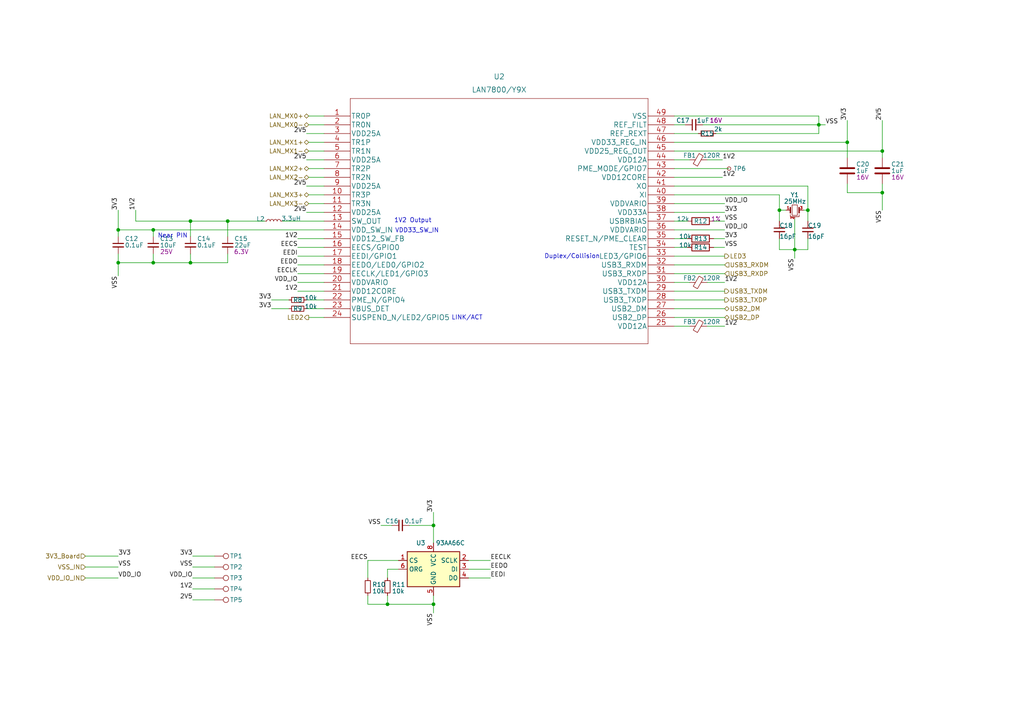
<source format=kicad_sch>
(kicad_sch (version 20211123) (generator eeschema)
  (paper "A4")
  (title_block (title "LAN7800 Sub-system") (date "2022-07-07") (rev "V0.1"))
  (lib_symbols
    (symbol "Connector:TestPoint" (pin_numbers hide) (pin_names (offset 0.762) hide)
      (property "Reference" "TP" (at 0 6.858 0))
      (property "Value" "TestPoint" (at 0 5.08 0))
      (symbol "TestPoint_0_1"
        (circle (center 0 3.302) (radius 0.762))
      )
      (symbol "TestPoint_1_1"
        (pin passive line (at 0 0 90) (length 2.54) (name "1") (number "1"))
      )
    )
    (symbol "Connector:TestPoint_Small" (pin_numbers hide) (pin_names (offset 0.762) hide)
      (property "Reference" "TP" (at 0 3.81 0))
      (property "Value" "TestPoint_Small" (at 0 2.032 0))
      (symbol "TestPoint_Small_0_1"
        (circle (center 0 0) (radius 0.508))
      )
      (symbol "TestPoint_Small_1_1"
        (pin passive line (at 0 0 90) (length 0) (name "1") (number "1"))
      )
    )
    (symbol "Device:C" (pin_numbers hide) (pin_names (offset 0.254))
      (property "Reference" "C" (at 0.635 2.54 0))
      (property "Value" "C" (at 0.635 -2.54 0))
      (symbol "C_0_1"
        (polyline (pts (xy -2.032 -0.762) (xy 2.032 -0.762)) (stroke (width 0.508)))
        (polyline (pts (xy -2.032 0.762) (xy 2.032 0.762)) (stroke (width 0.508)))
      )
      (symbol "C_1_1"
        (pin passive line (at 0 3.81 270) (length 2.794) (name "~") (number "1"))
        (pin passive line (at 0 -3.81 90) (length 2.794) (name "~") (number "2"))
      )
    )
    (symbol "Device:C_Small" (pin_numbers hide) (pin_names (offset 0.254) hide)
      (property "Reference" "C" (at 0.254 1.778 0))
      (property "Value" "C_Small" (at 0.254 -2.032 0))
      (symbol "C_Small_0_1"
        (polyline (pts (xy -1.524 -0.508) (xy 1.524 -0.508)) (stroke (width 0.3302)))
        (polyline (pts (xy -1.524 0.508) (xy 1.524 0.508)) (stroke (width 0.3048)))
      )
      (symbol "C_Small_1_1"
        (pin passive line (at 0 2.54 270) (length 2.032) (name "~") (number "1"))
        (pin passive line (at 0 -2.54 90) (length 2.032) (name "~") (number "2"))
      )
    )
    (symbol "Device:Crystal_GND2_Small" (pin_names (offset 1.016) hide)
      (property "Reference" "Y" (at 0 5.08 0))
      (property "Value" "Crystal_GND2_Small" (at 0 3.175 0))
      (symbol "Crystal_GND2_Small_0_1"
        (rectangle (start -0.762 -1.524) (end 0.762 1.524))
        (polyline (pts (xy -1.27 -0.762) (xy -1.27 0.762)) (stroke (width 0.381)))
        (polyline (pts (xy 1.27 -0.762) (xy 1.27 0.762)) (stroke (width 0.381)))
        (polyline (pts (xy -1.27 -1.27) (xy -1.27 -1.905) (xy 1.27 -1.905) (xy 1.27 -1.27)))
      )
      (symbol "Crystal_GND2_Small_1_1"
        (pin passive line (at -2.54 0 0) (length 1.27) (name "1") (number "1"))
        (pin passive line (at 0 -2.54 90) (length 0.635) (name "2") (number "2"))
        (pin passive line (at 2.54 0 180) (length 1.27) (name "3") (number "3"))
      )
    )
    (symbol "Device:FerriteBead_Small" (pin_numbers hide) (pin_names (offset 0))
      (property "Reference" "FB" (at 1.905 1.27 0))
      (property "Value" "FerriteBead_Small" (at 1.905 -1.27 0))
      (symbol "FerriteBead_Small_0_1"
        (polyline (pts (xy 0 -1.27) (xy 0 -0.7874)))
        (polyline (pts (xy 0 0.889) (xy 0 1.2954)))
        (polyline (pts (xy -1.8288 0.2794) (xy -1.1176 1.4986) (xy 1.8288 -0.2032) (xy 1.1176 -1.4224) (xy -1.8288 0.2794)))
      )
      (symbol "FerriteBead_Small_1_1"
        (pin passive line (at 0 2.54 270) (length 1.27) (name "~") (number "1"))
        (pin passive line (at 0 -2.54 90) (length 1.27) (name "~") (number "2"))
      )
    )
    (symbol "Device:L_Small" (pin_numbers hide) (pin_names (offset 0.254) hide)
      (property "Reference" "L" (at 0.762 1.016 0))
      (property "Value" "L_Small" (at 0.762 -1.016 0))
      (symbol "L_Small_0_1"
        (arc (start 0 -2.032) (mid 0.508 -1.524) (end 0 -1.016))
        (arc (start 0 -1.016) (mid 0.508 -0.508) (end 0 0))
        (arc (start 0 0) (mid 0.508 0.508) (end 0 1.016))
        (arc (start 0 1.016) (mid 0.508 1.524) (end 0 2.032))
      )
      (symbol "L_Small_1_1"
        (pin passive line (at 0 2.54 270) (length 0.508) (name "~") (number "1"))
        (pin passive line (at 0 -2.54 90) (length 0.508) (name "~") (number "2"))
      )
    )
    (symbol "Device:R" (pin_numbers hide) (pin_names (offset 0))
      (property "Reference" "R" (at 2.032 0 90))
      (property "Value" "R" (at 0 0 90))
      (symbol "R_0_1"
        (rectangle (start -1.016 -2.54) (end 1.016 2.54) (stroke (width 0.254)))
      )
      (symbol "R_1_1"
        (pin passive line (at 0 3.81 270) (length 1.27) (name "~") (number "1"))
        (pin passive line (at 0 -3.81 90) (length 1.27) (name "~") (number "2"))
      )
    )
    (symbol "Device:R_Small" (pin_numbers hide) (pin_names (offset 0.254) hide)
      (property "Reference" "R" (at 0.762 0.508 0))
      (property "Value" "R_Small" (at 0.762 -1.016 0))
      (symbol "R_Small_0_1"
        (rectangle (start -0.762 1.778) (end 0.762 -1.778) (stroke (width 0.2032)))
      )
      (symbol "R_Small_1_1"
        (pin passive line (at 0 2.54 270) (length 0.762) (name "~") (number "1"))
        (pin passive line (at 0 -2.54 90) (length 0.762) (name "~") (number "2"))
      )
    )
    (symbol "LAN7800:LAN7800{slash}Y9X" (pin_names (offset 0.254))
      (property "Reference" "U" (at 50.8 10.16 0))
      (property "Value" "LAN7800{slash}Y9X" (at 50.8 7.62 0))
      (symbol "LAN7800{slash}Y9X_1_1"
        (polyline (pts (xy 7.62 -66.04) (xy 93.98 -66.04)) (stroke (width 0.127)))
        (polyline (pts (xy 7.62 5.08) (xy 7.62 -66.04)) (stroke (width 0.127)))
        (polyline (pts (xy 93.98 -66.04) (xy 93.98 5.08)) (stroke (width 0.127)))
        (polyline (pts (xy 93.98 5.08) (xy 7.62 5.08)) (stroke (width 0.127)))
        (pin unspecified line (at 0 0 0) (length 7.62) (name "TR0P") (number "1"))
        (pin unspecified line (at 0 -22.86 0) (length 7.62) (name "TR3P") (number "10"))
        (pin unspecified line (at 0 -25.4 0) (length 7.62) (name "TR3N") (number "11"))
        (pin power_in line (at 0 -27.94 0) (length 7.62) (name "VDD25A") (number "12"))
        (pin output line (at 0 -30.48 0) (length 7.62) (name "SW_OUT") (number "13"))
        (pin power_in line (at 0 -33.02 0) (length 7.62) (name "VDD_SW_IN") (number "14"))
        (pin power_in line (at 0 -35.56 0) (length 7.62) (name "VDD12_SW_FB") (number "15"))
        (pin bidirectional line (at 0 -38.1 0) (length 7.62) (name "EECS/GPIO0") (number "16"))
        (pin bidirectional line (at 0 -40.64 0) (length 7.62) (name "EEDI/GPIO1") (number "17"))
        (pin bidirectional line (at 0 -43.18 0) (length 7.62) (name "EEDO/LED0/GPIO2") (number "18"))
        (pin bidirectional line (at 0 -45.72 0) (length 7.62) (name "EECLK/LED1/GPIO3") (number "19"))
        (pin unspecified line (at 0 -2.54 0) (length 7.62) (name "TR0N") (number "2"))
        (pin power_in line (at 0 -48.26 0) (length 7.62) (name "VDDVARIO") (number "20"))
        (pin power_in line (at 0 -50.8 0) (length 7.62) (name "VDD12CORE") (number "21"))
        (pin bidirectional line (at 0 -53.34 0) (length 7.62) (name "PME_N/GPIO4") (number "22"))
        (pin input line (at 0 -55.88 0) (length 7.62) (name "VBUS_DET") (number "23"))
        (pin bidirectional line (at 0 -58.42 0) (length 7.62) (name "SUSPEND_N/LED2/GPIO5") (number "24"))
        (pin power_in line (at 101.6 -60.96 180) (length 7.62) (name "VDD12A") (number "25"))
        (pin unspecified line (at 101.6 -58.42 180) (length 7.62) (name "USB2_DP") (number "26"))
        (pin unspecified line (at 101.6 -55.88 180) (length 7.62) (name "USB2_DM") (number "27"))
        (pin unspecified line (at 101.6 -53.34 180) (length 7.62) (name "USB3_TXDP") (number "28"))
        (pin unspecified line (at 101.6 -50.8 180) (length 7.62) (name "USB3_TXDM") (number "29"))
        (pin power_in line (at 0 -5.08 0) (length 7.62) (name "VDD25A") (number "3"))
        (pin power_in line (at 101.6 -48.26 180) (length 7.62) (name "VDD12A") (number "30"))
        (pin unspecified line (at 101.6 -45.72 180) (length 7.62) (name "USB3_RXDP") (number "31"))
        (pin unspecified line (at 101.6 -43.18 180) (length 7.62) (name "USB3_RXDM") (number "32"))
        (pin bidirectional line (at 101.6 -40.64 180) (length 7.62) (name "LED3/GPIO6") (number "33"))
        (pin input line (at 101.6 -38.1 180) (length 7.62) (name "TEST") (number "34"))
        (pin input line (at 101.6 -35.56 180) (length 7.62) (name "RESET_N/PME_CLEAR") (number "35"))
        (pin power_in line (at 101.6 -33.02 180) (length 7.62) (name "VDDVARIO") (number "36"))
        (pin unspecified line (at 101.6 -30.48 180) (length 7.62) (name "USBRBIAS") (number "37"))
        (pin power_in line (at 101.6 -27.94 180) (length 7.62) (name "VDD33A") (number "38"))
        (pin power_in line (at 101.6 -25.4 180) (length 7.62) (name "VDDVARIO") (number "39"))
        (pin unspecified line (at 0 -7.62 0) (length 7.62) (name "TR1P") (number "4"))
        (pin input line (at 101.6 -22.86 180) (length 7.62) (name "XI") (number "40"))
        (pin output line (at 101.6 -20.32 180) (length 7.62) (name "XO") (number "41"))
        (pin power_in line (at 101.6 -17.78 180) (length 7.62) (name "VDD12CORE") (number "42"))
        (pin bidirectional line (at 101.6 -15.24 180) (length 7.62) (name "PME_MODE/GPIO7") (number "43"))
        (pin power_in line (at 101.6 -12.7 180) (length 7.62) (name "VDD12A") (number "44"))
        (pin output line (at 101.6 -10.16 180) (length 7.62) (name "VDD25_REG_OUT") (number "45"))
        (pin power_in line (at 101.6 -7.62 180) (length 7.62) (name "VDD33_REG_IN") (number "46"))
        (pin unspecified line (at 101.6 -5.08 180) (length 7.62) (name "REF_REXT") (number "47"))
        (pin unspecified line (at 101.6 -2.54 180) (length 7.62) (name "REF_FILT") (number "48"))
        (pin power_in line (at 101.6 0 180) (length 7.62) (name "VSS") (number "49"))
        (pin unspecified line (at 0 -10.16 0) (length 7.62) (name "TR1N") (number "5"))
        (pin power_in line (at 0 -12.7 0) (length 7.62) (name "VDD25A") (number "6"))
        (pin unspecified line (at 0 -15.24 0) (length 7.62) (name "TR2P") (number "7"))
        (pin unspecified line (at 0 -17.78 0) (length 7.62) (name "TR2N") (number "8"))
        (pin power_in line (at 0 -20.32 0) (length 7.62) (name "VDD25A") (number "9"))
      )
    )
    (symbol "Memory_EEPROM:93AAxxC"
      (property "Reference" "U" (at -7.62 6.35 0))
      (property "Value" "93AAxxC" (at 2.54 -6.35 0))
      (symbol "93AAxxC_1_1"
        (rectangle (start -7.62 5.08) (end 7.62 -5.08) (stroke (width 0.254)) (fill (type background)))
        (pin input line (at -10.16 2.54 0) (length 2.54) (name "CS") (number "1"))
        (pin input line (at 10.16 2.54 180) (length 2.54) (name "SCLK") (number "2"))
        (pin input line (at 10.16 0 180) (length 2.54) (name "DI") (number "3"))
        (pin tri_state line (at 10.16 -2.54 180) (length 2.54) (name "DO") (number "4"))
        (pin power_in line (at 0 -7.62 90) (length 2.54) (name "GND") (number "5"))
        (pin input line (at -10.16 0 0) (length 2.54) (name "ORG") (number "6"))
        (pin no_connect line (at -7.62 -2.54 0) (length 2.54) hide (name "NC") (number "7"))
        (pin power_in line (at 0 7.62 270) (length 2.54) (name "VCC") (number "8"))
      )
    )
  )
  (junction (at 44.45 76.2))
  (junction (at 230.505 72.39))
  (junction (at 234.315 60.96))
  (junction (at 125.73 175.26))
  (junction (at 66.04 64.135))
  (junction (at 237.49 36.195))
  (junction (at 55.245 64.135))
  (junction (at 255.905 43.815))
  (junction (at 44.45 66.675))
  (junction (at 112.395 175.26))
  (junction (at 34.29 76.2))
  (junction (at 34.29 66.675))
  (junction (at 125.73 152.4))
  (junction (at 55.245 76.2))
  (junction (at 226.06 60.96))
  (junction (at 245.745 41.275))
  (junction (at 255.905 55.88))
  (wire (pts (xy 66.04 68.58) (xy 66.04 64.135)))
  (wire (pts (xy 195.58 86.995) (xy 210.185 86.995)))
  (wire (pts (xy 195.58 94.615) (xy 200.025 94.615)))
  (wire (pts (xy 237.49 33.655) (xy 237.49 36.195)))
  (wire (pts (xy 86.36 71.755) (xy 93.98 71.755)))
  (wire (pts (xy 245.745 41.275) (xy 245.745 45.72)))
  (wire (pts (xy 86.36 69.215) (xy 93.98 69.215)))
  (wire (pts (xy 195.58 71.755) (xy 199.39 71.755)))
  (wire (pts (xy 195.58 43.815) (xy 255.905 43.815)))
  (wire (pts (xy 39.37 64.135) (xy 55.245 64.135)))
  (wire (pts (xy 44.45 76.2) (xy 55.245 76.2)))
  (wire (pts (xy 203.835 36.195) (xy 237.49 36.195)))
  (wire (pts (xy 195.58 36.195) (xy 198.755 36.195)))
  (wire (pts (xy 226.06 72.39) (xy 230.505 72.39)))
  (wire (pts (xy 89.535 56.515) (xy 93.98 56.515)))
  (wire (pts (xy 135.89 165.1) (xy 142.24 165.1)))
  (wire (pts (xy 89.535 59.055) (xy 93.98 59.055)))
  (wire (pts (xy 66.04 73.66) (xy 66.04 76.2)))
  (wire (pts (xy 245.745 41.275) (xy 245.745 34.925)))
  (wire (pts (xy 205.105 94.615) (xy 210.185 94.615)))
  (wire (pts (xy 226.06 56.515) (xy 226.06 60.96)))
  (wire (pts (xy 125.73 172.72) (xy 125.73 175.26)))
  (wire (pts (xy 207.01 64.135) (xy 210.185 64.135)))
  (wire (pts (xy 226.06 60.96) (xy 227.965 60.96)))
  (wire (pts (xy 195.58 38.735) (xy 202.565 38.735)))
  (wire (pts (xy 78.74 86.995) (xy 83.82 86.995)))
  (wire (pts (xy 34.29 76.2) (xy 34.29 80.01)))
  (wire (pts (xy 44.45 66.675) (xy 93.98 66.675)))
  (wire (pts (xy 195.58 79.375) (xy 210.185 79.375)))
  (wire (pts (xy 125.73 148.59) (xy 125.73 152.4)))
  (wire (pts (xy 86.36 79.375) (xy 93.98 79.375)))
  (wire (pts (xy 195.58 69.215) (xy 199.39 69.215)))
  (wire (pts (xy 55.245 64.135) (xy 66.04 64.135)))
  (wire (pts (xy 245.745 53.34) (xy 245.745 55.88)))
  (wire (pts (xy 34.29 73.66) (xy 34.29 76.2)))
  (wire (pts (xy 112.395 165.1) (xy 112.395 167.64)))
  (wire (pts (xy 234.315 60.96) (xy 234.315 64.135)))
  (wire (pts (xy 81.915 64.135) (xy 93.98 64.135)))
  (wire (pts (xy 88.9 86.995) (xy 93.98 86.995)))
  (wire (pts (xy 226.06 69.215) (xy 226.06 72.39)))
  (wire (pts (xy 55.88 173.99) (xy 62.23 173.99)))
  (wire (pts (xy 205.105 46.355) (xy 209.55 46.355)))
  (wire (pts (xy 195.58 53.975) (xy 234.315 53.975)))
  (wire (pts (xy 106.68 162.56) (xy 115.57 162.56)))
  (wire (pts (xy 88.9 61.595) (xy 93.98 61.595)))
  (wire (pts (xy 106.68 175.26) (xy 112.395 175.26)))
  (wire (pts (xy 195.58 76.835) (xy 210.185 76.835)))
  (wire (pts (xy 195.58 41.275) (xy 245.745 41.275)))
  (wire (pts (xy 55.88 161.29) (xy 62.23 161.29)))
  (wire (pts (xy 24.765 161.29) (xy 34.29 161.29)))
  (wire (pts (xy 55.88 170.815) (xy 62.23 170.815)))
  (wire (pts (xy 195.58 84.455) (xy 210.185 84.455)))
  (wire (pts (xy 237.49 36.195) (xy 239.395 36.195)))
  (wire (pts (xy 34.29 60.96) (xy 34.29 66.675)))
  (wire (pts (xy 106.68 172.72) (xy 106.68 175.26)))
  (wire (pts (xy 55.245 73.66) (xy 55.245 76.2)))
  (wire (pts (xy 245.745 55.88) (xy 255.905 55.88)))
  (wire (pts (xy 210.185 59.055) (xy 195.58 59.055)))
  (wire (pts (xy 115.57 165.1) (xy 112.395 165.1)))
  (wire (pts (xy 86.36 84.455) (xy 93.98 84.455)))
  (wire (pts (xy 255.905 55.88) (xy 255.905 60.96)))
  (wire (pts (xy 55.245 64.135) (xy 55.245 68.58)))
  (wire (pts (xy 125.73 152.4) (xy 125.73 157.48)))
  (wire (pts (xy 88.9 53.975) (xy 93.98 53.975)))
  (wire (pts (xy 234.315 72.39) (xy 230.505 72.39)))
  (wire (pts (xy 78.74 89.535) (xy 83.82 89.535)))
  (wire (pts (xy 34.29 66.675) (xy 44.45 66.675)))
  (wire (pts (xy 24.765 167.64) (xy 34.29 167.64)))
  (wire (pts (xy 112.395 172.72) (xy 112.395 175.26)))
  (wire (pts (xy 195.58 33.655) (xy 237.49 33.655)))
  (wire (pts (xy 44.45 73.66) (xy 44.45 76.2)))
  (wire (pts (xy 89.535 51.435) (xy 93.98 51.435)))
  (wire (pts (xy 88.9 46.355) (xy 93.98 46.355)))
  (wire (pts (xy 89.535 92.075) (xy 93.98 92.075)))
  (wire (pts (xy 255.905 43.815) (xy 255.905 34.925)))
  (wire (pts (xy 195.58 81.915) (xy 200.025 81.915)))
  (wire (pts (xy 66.04 64.135) (xy 76.835 64.135)))
  (wire (pts (xy 66.04 76.2) (xy 55.245 76.2)))
  (wire (pts (xy 39.37 60.96) (xy 39.37 64.135)))
  (wire (pts (xy 34.29 68.58) (xy 34.29 66.675)))
  (wire (pts (xy 86.36 76.835) (xy 93.98 76.835)))
  (wire (pts (xy 195.58 48.895) (xy 211.455 48.895)))
  (wire (pts (xy 230.505 72.39) (xy 230.505 74.93)))
  (wire (pts (xy 195.58 46.355) (xy 200.025 46.355)))
  (wire (pts (xy 195.58 74.295) (xy 210.185 74.295)))
  (wire (pts (xy 88.9 38.735) (xy 93.98 38.735)))
  (wire (pts (xy 89.535 33.655) (xy 93.98 33.655)))
  (wire (pts (xy 135.89 167.64) (xy 142.24 167.64)))
  (wire (pts (xy 195.58 92.075) (xy 210.185 92.075)))
  (wire (pts (xy 89.535 36.195) (xy 93.98 36.195)))
  (wire (pts (xy 195.58 56.515) (xy 226.06 56.515)))
  (wire (pts (xy 234.315 53.975) (xy 234.315 60.96)))
  (wire (pts (xy 110.49 152.4) (xy 113.665 152.4)))
  (wire (pts (xy 255.905 53.34) (xy 255.905 55.88)))
  (wire (pts (xy 89.535 41.275) (xy 93.98 41.275)))
  (wire (pts (xy 34.29 76.2) (xy 44.45 76.2)))
  (wire (pts (xy 207.645 38.735) (xy 237.49 38.735)))
  (wire (pts (xy 195.58 89.535) (xy 210.185 89.535)))
  (wire (pts (xy 255.905 45.72) (xy 255.905 43.815)))
  (wire (pts (xy 207.01 71.755) (xy 210.185 71.755)))
  (wire (pts (xy 89.535 43.815) (xy 93.98 43.815)))
  (wire (pts (xy 135.89 162.56) (xy 142.24 162.56)))
  (wire (pts (xy 234.315 60.96) (xy 233.045 60.96)))
  (wire (pts (xy 195.58 51.435) (xy 209.55 51.435)))
  (wire (pts (xy 210.185 66.675) (xy 195.58 66.675)))
  (wire (pts (xy 230.505 63.5) (xy 230.505 72.39)))
  (wire (pts (xy 106.68 162.56) (xy 106.68 167.64)))
  (wire (pts (xy 86.36 74.295) (xy 93.98 74.295)))
  (wire (pts (xy 24.765 164.465) (xy 34.29 164.465)))
  (wire (pts (xy 89.535 48.895) (xy 93.98 48.895)))
  (wire (pts (xy 125.73 177.8) (xy 125.73 175.26)))
  (wire (pts (xy 205.105 81.915) (xy 210.185 81.915)))
  (wire (pts (xy 88.9 89.535) (xy 93.98 89.535)))
  (wire (pts (xy 55.88 167.64) (xy 62.23 167.64)))
  (wire (pts (xy 207.01 69.215) (xy 210.185 69.215)))
  (wire (pts (xy 44.45 68.58) (xy 44.45 66.675)))
  (wire (pts (xy 125.73 175.26) (xy 112.395 175.26)))
  (wire (pts (xy 86.36 81.915) (xy 93.98 81.915)))
  (wire (pts (xy 234.315 69.215) (xy 234.315 72.39)))
  (wire (pts (xy 55.88 164.465) (xy 62.23 164.465)))
  (wire (pts (xy 226.06 64.135) (xy 226.06 60.96)))
  (wire (pts (xy 210.185 61.595) (xy 195.58 61.595)))
  (wire (pts (xy 118.745 152.4) (xy 125.73 152.4)))
  (wire (pts (xy 195.58 64.135) (xy 199.39 64.135)))
  (wire (pts (xy 237.49 36.195) (xy 237.49 38.735)))
  (text "LINK/ACT\n" (at 130.937 92.964 0) (effects (font (size 1.27 1.27)) (justify left bottom)))
  (text "VDD33_SW_IN" (at 114.554 67.691 0) (effects (font (size 1.27 1.27)) (justify left bottom)))
  (text "1V2 Output" (at 114.3 64.77 0) (effects (font (size 1.27 1.27)) (justify left bottom)))
  (text "Duplex/Collision\n" (at 157.861 75.184 0) (effects (font (size 1.27 1.27)) (justify left bottom)))
  (text "Near PIN\n" (at 45.72 69.215 0) (effects (font (size 1.27 1.27)) (justify left bottom)))
  (label "2V5" (at 55.88 173.99 180))
  (label "3V3" (at 125.73 148.59 90))
  (label "1V2" (at 210.185 94.615 0))
  (label "VDD_IO" (at 210.185 66.675 0))
  (label "1V2" (at 86.36 69.215 180))
  (label "VSS" (at 110.49 152.4 180))
  (label "2V5" (at 88.9 53.975 180))
  (label "EEDI" (at 142.24 167.64 0))
  (label "VDD_IO" (at 55.88 167.64 180))
  (label "3V3" (at 210.185 69.215 0))
  (label "VDD_IO" (at 86.36 81.915 180))
  (label "3V3" (at 55.88 161.29 180))
  (label "VSS" (at 239.395 36.195 0))
  (label "VSS" (at 55.88 164.465 180))
  (label "VSS" (at 125.73 177.8 270))
  (label "EECS" (at 106.68 162.56 180))
  (label "1V2" (at 209.55 51.435 0))
  (label "1V2" (at 39.37 60.96 90))
  (label "1V2" (at 86.36 84.455 180))
  (label "VSS" (at 255.905 60.96 270))
  (label "3V3" (at 210.185 61.595 0))
  (label "EECS" (at 86.36 71.755 180))
  (label "VSS" (at 210.185 64.135 0))
  (label "1V2" (at 209.55 46.355 0))
  (label "2V5" (at 255.905 34.925 90))
  (label "VDD_IO" (at 210.185 59.055 0))
  (label "EEDO" (at 86.36 76.835 180))
  (label "EECLK" (at 86.36 79.375 180))
  (label "VSS" (at 34.29 164.465 0))
  (label "3V3" (at 78.74 86.995 180))
  (label "1V2" (at 55.88 170.815 180))
  (label "3V3" (at 34.29 161.29 0))
  (label "3V3" (at 78.74 89.535 180))
  (label "1V2" (at 210.185 81.915 0))
  (label "VSS" (at 230.505 74.93 270))
  (label "VDD_IO" (at 34.29 167.64 0))
  (label "VSS" (at 210.185 71.755 0))
  (label "EEDO" (at 142.24 165.1 0))
  (label "VSS" (at 34.29 80.01 270))
  (label "2V5" (at 88.9 61.595 180))
  (label "EEDI" (at 86.36 74.295 180))
  (label "EECLK" (at 142.24 162.56 0))
  (label "3V3" (at 245.745 34.925 90))
  (label "2V5" (at 88.9 38.735 180))
  (label "2V5" (at 88.9 46.355 180))
  (label "3V3" (at 34.29 60.96 90))
  (hierarchical_label "USB2_DM" (shape bidirectional) (at 210.185 89.535 0))
  (hierarchical_label "LAN_MX2+" (shape bidirectional) (at 89.535 48.895 180))
  (hierarchical_label "LAN_MX3+" (shape bidirectional) (at 89.535 56.515 180))
  (hierarchical_label "LAN_MX2-" (shape bidirectional) (at 89.535 51.435 180))
  (hierarchical_label "VSS_IN" (shape input) (at 24.765 164.465 180))
  (hierarchical_label "LED3" (shape output) (at 210.185 74.295 0))
  (hierarchical_label "LAN_MX1-" (shape bidirectional) (at 89.535 43.815 180))
  (hierarchical_label "USB3_RXDP" (shape input) (at 210.185 79.375 0))
  (hierarchical_label "LAN_MX3-" (shape bidirectional) (at 89.535 59.055 180))
  (hierarchical_label "USB3_TXDM" (shape output) (at 210.185 84.455 0))
  (hierarchical_label "USB2_DP" (shape bidirectional) (at 210.185 92.075 0))
  (hierarchical_label "LED2" (shape output) (at 89.535 92.075 180))
  (hierarchical_label "LAN_MX0+" (shape bidirectional) (at 89.535 33.655 180))
  (hierarchical_label "3V3_Board" (shape input) (at 24.765 161.29 180))
  (hierarchical_label "USB3_TXDP" (shape output) (at 210.185 86.995 0))
  (hierarchical_label "USB3_RXDM" (shape input) (at 210.185 76.835 0))
  (hierarchical_label "LAN_MX0-" (shape bidirectional) (at 89.535 36.195 180))
  (hierarchical_label "LAN_MX1+" (shape bidirectional) (at 89.535 41.275 180))
  (hierarchical_label "VDD_IO_IN" (shape input) (at 24.765 167.64 180))
  (symbol (lib_id "Connector:TestPoint_Small") (at 211.455 48.895 0) (unit 1)
    (property "Reference" "TP6" (at 212.725 48.895 0) (effects (justify left)))
    (property "Value" "TestPoint_Small" (effects hide))
  )
  (symbol (lib_id "Memory_EEPROM:93AAxxC") (at 125.73 165.1 0) (unit 1) (in_bom no)
    (property "Reference" "U3" (at 120.65 157.48 0) (effects (justify left)))
    (property "Value" "93AA66C" (at 126.365 157.48 0) (effects (justify left)))
    (property "Footprint" "Package_SO:SOIC-8-1EP_3.9x4.9mm_P1.27mm_EP2.29x3mm" (effects hide))
    (property "Datasheet" "http://ww1.microchip.com/downloads/en/DeviceDoc/20001749K.pdf" (effects hide))
  )
  (symbol (lib_id "Device:FerriteBead_Small") (at 202.565 46.355 90) (unit 1)
    (property "Reference" "FB1" (at 200.025 45.085 90))
    (property "Value" "120R" (at 206.375 45.085 90))
  )
  (symbol (lib_id "Connector:TestPoint") (at 62.23 161.29 270) (unit 1)
    (property "Reference" "TP1" (at 66.675 161.29 90) (effects (justify left)))
    (property "Value" "TestPoint" (effects hide))
  )
  (symbol (lib_id "Device:C_Small") (at 226.06 66.675 0) (unit 1)
    (property "Reference" "C18" (at 226.06 65.405 0) (effects (justify left)))
    (property "Value" "16pF" (at 226.06 68.58 0) (effects (justify left)))
  )
  (symbol (lib_id "Device:L_Small") (at 79.375 64.135 90) (unit 1)
    (property "Reference" "L2" (at 75.565 63.5 90))
    (property "Value" "3.3uH" (at 84.455 63.373 90))
  )
  (symbol (lib_id "Device:R") (at 203.2 69.215 90) (unit 1)
    (property "Reference" "R13" (at 203.2 69.215 90))
    (property "Value" "10k" (at 198.755 68.58 90))
  )
  (symbol (lib_id "Connector:TestPoint") (at 62.23 164.465 270) (unit 1)
    (property "Reference" "TP2" (at 66.675 164.465 90) (effects (justify left)))
    (property "Value" "TestPoint" (effects hide))
  )
  (symbol (lib_id "Device:R") (at 203.2 64.135 90) (unit 1)
    (property "Reference" "R12" (at 203.2 64.135 90))
    (property "Value" "12k" (at 198.12 63.5 90))
    (property "Precision" "1%" (at 207.645 63.5 90))
  )
  (symbol (lib_id "Device:FerriteBead_Small") (at 202.565 81.915 90) (unit 1)
    (property "Reference" "FB2" (at 200.025 80.645 90))
    (property "Value" "120R" (at 206.375 80.645 90))
  )
  (symbol (lib_id "Device:C_Small") (at 44.45 71.12 0) (unit 1)
    (property "Reference" "C13" (at 46.355 69.215 0) (effects (justify left)))
    (property "Value" "10uF" (at 46.355 71.12 0) (effects (justify left)))
    (property "Voltage" "25V" (at 48.26 73.025 0))
  )
  (symbol (lib_id "Device:R_Small") (at 86.36 89.535 90) (unit 1)
    (property "Reference" "R9" (at 86.36 89.535 90))
    (property "Value" "10k" (at 90.17 88.9 90))
  )
  (symbol (lib_id "Connector:TestPoint") (at 62.23 173.99 270) (unit 1)
    (property "Reference" "TP5" (at 66.675 173.99 90) (effects (justify left)))
    (property "Value" "TestPoint" (effects hide))
  )
  (symbol (lib_id "Device:C_Small") (at 34.29 71.12 0) (unit 1)
    (property "Reference" "C12" (at 36.195 69.215 0) (effects (justify left)))
    (property "Value" "0.1uF" (at 36.195 71.12 0) (effects (justify left)))
  )
  (symbol (lib_id "Device:C_Small") (at 66.04 71.12 0) (unit 1)
    (property "Reference" "C15" (at 67.945 69.215 0) (effects (justify left)))
    (property "Value" "22uF" (at 67.945 71.12 0) (effects (justify left)))
    (property "Voltage" "6.3V" (at 69.977 73.025 0))
  )
  (symbol (lib_id "Connector:TestPoint") (at 62.23 167.64 270) (unit 1)
    (property "Reference" "TP3" (at 66.675 167.64 90) (effects (justify left)))
    (property "Value" "TestPoint" (effects hide))
  )
  (symbol (lib_id "Device:FerriteBead_Small") (at 202.565 94.615 90) (unit 1)
    (property "Reference" "FB3" (at 200.025 93.345 90))
    (property "Value" "120R" (at 206.375 93.345 90))
  )
  (symbol (lib_id "Device:R_Small") (at 86.36 86.995 90) (unit 1)
    (property "Reference" "R8" (at 86.36 86.995 90))
    (property "Value" "10k" (at 90.17 86.36 90))
  )
  (symbol (lib_id "Device:C") (at 245.745 49.53 0) (unit 1)
    (property "Reference" "C20" (at 248.285 47.625 0) (effects (justify left)))
    (property "Value" "1uF" (at 248.285 49.53 0) (effects (justify left)))
    (property "Voltage" "16V" (at 250.19 51.435 0))
  )
  (symbol (lib_id "Device:R_Small") (at 205.105 38.735 90) (unit 1)
    (property "Reference" "R15" (at 205.105 38.735 90))
    (property "Value" "2k" (at 208.28 37.465 90))
  )
  (symbol (lib_id "Device:C_Small") (at 201.295 36.195 90) (unit 1)
    (property "Reference" "C17" (at 200.025 34.925 90) (effects (justify left)))
    (property "Value" "1uF" (at 205.74 34.925 90) (effects (justify left)))
    (property "Voltage" "16V" (at 207.645 34.925 90))
  )
  (symbol (lib_id "Device:C") (at 255.905 49.53 0) (unit 1)
    (property "Reference" "C21" (at 258.445 47.625 0) (effects (justify left)))
    (property "Value" "1uF" (at 258.445 49.53 0) (effects (justify left)))
    (property "Voltage" "16V" (at 260.35 51.435 0))
  )
  (symbol (lib_id "Device:C_Small") (at 55.245 71.12 0) (unit 1)
    (property "Reference" "C14" (at 57.15 69.215 0) (effects (justify left)))
    (property "Value" "0.1uF" (at 57.15 71.12 0) (effects (justify left)))
  )
  (symbol (lib_id "Device:Crystal_GND2_Small") (at 230.505 60.96 0) (unit 1)
    (property "Reference" "Y1" (at 229.235 56.515 0) (effects (justify left)))
    (property "Value" "25MHz" (at 227.33 58.42 0) (effects (justify left)))
  )
  (symbol (lib_id "Device:C_Small") (at 116.205 152.4 90) (unit 1) (in_bom no)
    (property "Reference" "C16" (at 113.665 151.13 90))
    (property "Value" "0.1uF" (at 120.015 151.13 90))
    (property "Footprint" "Capacitor_SMD:C_0201_0603Metric" (effects hide))
  )
  (symbol (lib_id "Connector:TestPoint") (at 62.23 170.815 270) (unit 1)
    (property "Reference" "TP4" (at 66.675 170.815 90) (effects (justify left)))
    (property "Value" "TestPoint" (effects hide))
  )
  (symbol (lib_id "Device:R") (at 203.2 71.755 90) (unit 1)
    (property "Reference" "R14" (at 203.2 71.755 90))
    (property "Value" "10k" (at 198.755 71.12 90))
  )
  (symbol (lib_id "Device:C_Small") (at 234.315 66.675 0) (unit 1)
    (property "Reference" "C19" (at 234.315 65.405 0) (effects (justify left)))
    (property "Value" "16pF" (at 234.315 68.58 0) (effects (justify left)))
  )
  (symbol (lib_id "LAN7800:LAN7800{slash}Y9X") (at 93.98 33.655 0) (unit 1)
    (property "Reference" "U2" (at 144.78 22.225 0) (effects (font (size 1.524 1.524))))
    (property "Value" "LAN7800/Y9X" (at 144.78 26.035 0) (effects (font (size 1.524 1.524))))
    (property "Footprint" "Package_DFN_QFN:QFN-48-1EP_7x7mm_P0.5mm_EP5.3x5.3mm" (effects hide))
  )
  (symbol (lib_id "Device:R_Small") (at 112.395 170.18 0) (unit 1) (in_bom no)
    (property "Reference" "R11" (at 113.665 169.545 0) (effects (justify left)))
    (property "Value" "10k" (at 113.665 171.45 0) (effects (justify left)))
    (property "Footprint" "Resistor_SMD:R_0201_0603Metric" (effects hide))
  )
  (symbol (lib_id "Device:R_Small") (at 106.68 170.18 0) (unit 1) (in_bom no)
    (property "Reference" "R10" (at 107.95 169.545 0) (effects (justify left)))
    (property "Value" "10k" (at 107.95 171.45 0) (effects (justify left)))
    (property "Footprint" "Resistor_SMD:R_0201_0603Metric" (effects hide))
  )
)
</source>
